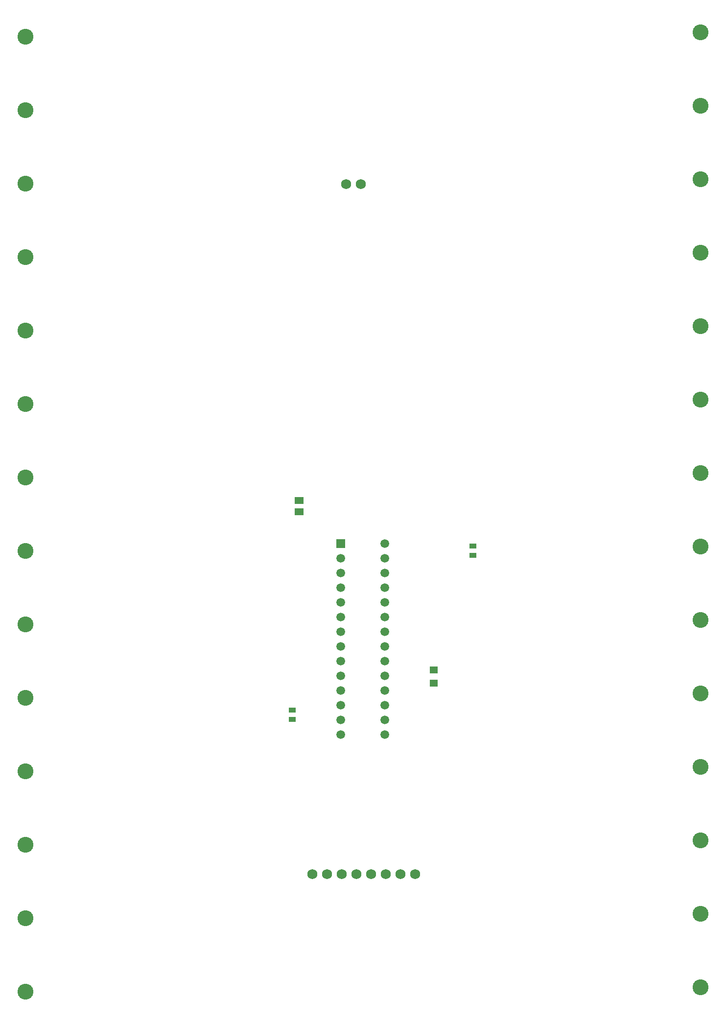
<source format=gts>
G04*
G04 #@! TF.GenerationSoftware,Altium Limited,Altium Designer,25.0.2 (28)*
G04*
G04 Layer_Color=8388736*
%FSLAX44Y44*%
%MOMM*%
G71*
G04*
G04 #@! TF.SameCoordinates,EC309722-8CFF-44E8-99F7-827B0D8F2BFB*
G04*
G04*
G04 #@! TF.FilePolarity,Negative*
G04*
G01*
G75*
%ADD14R,1.3462X1.2696*%
%ADD17R,1.5832X1.2132*%
%ADD18R,1.1684X0.9652*%
%ADD19C,1.7272*%
%ADD20C,1.4986*%
%ADD21R,1.4986X1.4986*%
%ADD22C,2.7432*%
D14*
X973612Y594305D02*
D03*
Y617169D02*
D03*
D17*
X740632Y909757D02*
D03*
Y890757D02*
D03*
D18*
X728502Y532077D02*
D03*
Y547825D02*
D03*
X1040632Y831505D02*
D03*
Y815757D02*
D03*
D19*
X821743Y1457482D02*
D03*
X847143D02*
D03*
X763270Y264160D02*
D03*
X788670D02*
D03*
X814070D02*
D03*
X839470D02*
D03*
X864870D02*
D03*
X890270D02*
D03*
X915670D02*
D03*
X941070D02*
D03*
D20*
X888732Y835857D02*
D03*
Y810457D02*
D03*
Y785057D02*
D03*
Y759657D02*
D03*
Y734257D02*
D03*
Y708857D02*
D03*
Y683457D02*
D03*
Y658057D02*
D03*
Y632657D02*
D03*
Y607257D02*
D03*
Y581857D02*
D03*
Y556457D02*
D03*
Y531057D02*
D03*
Y505657D02*
D03*
X812532D02*
D03*
Y531057D02*
D03*
Y556457D02*
D03*
Y581857D02*
D03*
Y607257D02*
D03*
Y632657D02*
D03*
Y658057D02*
D03*
Y683457D02*
D03*
Y708857D02*
D03*
Y734257D02*
D03*
Y759657D02*
D03*
Y785057D02*
D03*
Y810457D02*
D03*
D21*
Y835857D02*
D03*
D22*
X266700Y949960D02*
D03*
Y1076960D02*
D03*
Y1203960D02*
D03*
Y1330960D02*
D03*
Y1457960D02*
D03*
Y1584960D02*
D03*
Y1711960D02*
D03*
Y60960D02*
D03*
Y187960D02*
D03*
Y314960D02*
D03*
Y441960D02*
D03*
Y568960D02*
D03*
Y695960D02*
D03*
Y822960D02*
D03*
X1434846Y830580D02*
D03*
Y703580D02*
D03*
Y576580D02*
D03*
Y449580D02*
D03*
Y322580D02*
D03*
Y195580D02*
D03*
Y68580D02*
D03*
Y1719580D02*
D03*
Y1592580D02*
D03*
Y1465580D02*
D03*
Y1338580D02*
D03*
Y1211580D02*
D03*
Y1084580D02*
D03*
Y957580D02*
D03*
M02*

</source>
